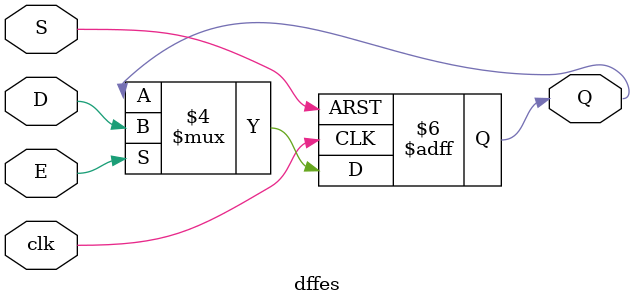
<source format=v>
module dffes(D,clk,E,S,Q);
input D;      // Data input 
input clk;    // clock input 
input E;      // enable 
input S;      // set input 
output reg Q;     // output Q 

always @(posedge clk or negedge S) 

begin
	if (S == 1'b0) begin // set active low
            Q <= 1'b1;
	end 
	else if (E == 1'b1) begin
            Q <= D; 
        end
end 
endmodule 

</source>
